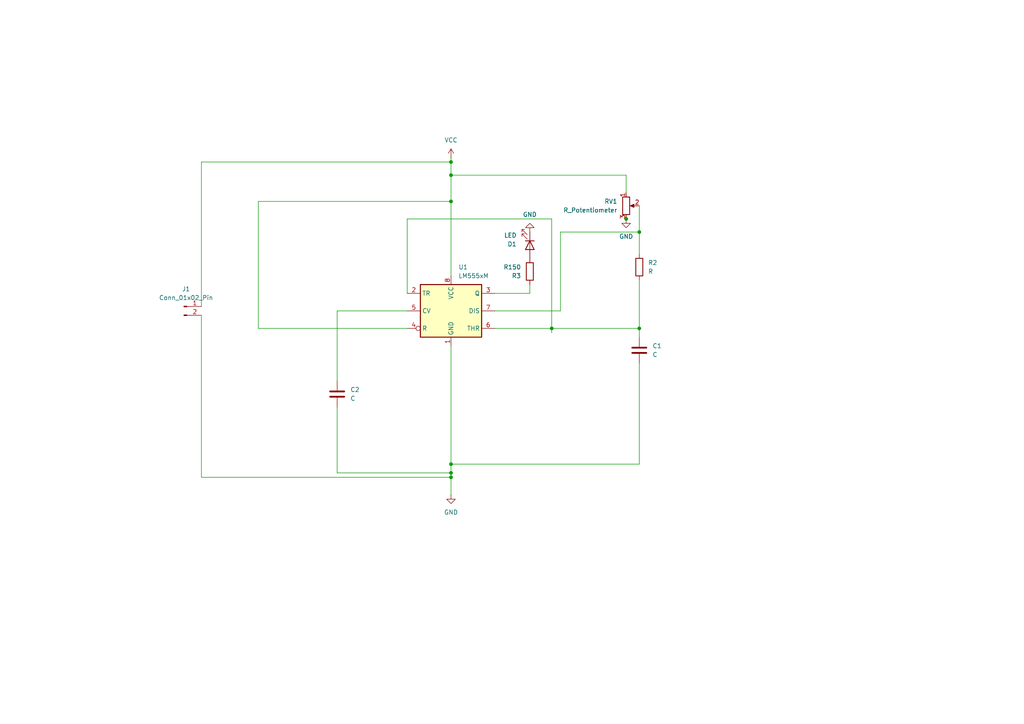
<source format=kicad_sch>
(kicad_sch (version 20250114) (generator "eeschema") (generator_version "9.0")
  (paper "A4")
  (lib_symbols
    (symbol "Connector:Conn_01x02_Pin" (pin_names (offset 1.016) (hide yes))
      (property "Reference" "J" (at 0 2.54 0))
      (property "Value" "Conn_01x02_Pin" (at 0 -5.08 0))
      (symbol "Conn_01x02_Pin_1_1"
        (rectangle (start 0.8636 0.127) (end 0 -0.127) (stroke (width 0.1524)) (fill (type outline)))
        (rectangle (start 0.8636 -2.413) (end 0 -2.667) (stroke (width 0.1524)) (fill (type outline)))
        (polyline (pts (xy 1.27 0) (xy 0.8636 0)) (stroke (width 0.1524)))
        (polyline (pts (xy 1.27 -2.54) (xy 0.8636 -2.54)) (stroke (width 0.1524)))
        (pin passive line (at 5.08 0 180) (length 3.81) (name "Pin_1") (number "1"))
        (pin passive line (at 5.08 -2.54 180) (length 3.81) (name "Pin_2") (number "2"))
      )
    )
    (symbol "Device:C" (pin_numbers (hide yes)) (pin_names (offset 0.254))
      (property "Reference" "C" (at 0.635 2.54 0))
      (property "Value" "C" (at 0.635 -2.54 0))
      (symbol "C_0_1"
        (polyline (pts (xy -2.032 0.762) (xy 2.032 0.762)) (stroke (width 0.508)))
        (polyline (pts (xy -2.032 -0.762) (xy 2.032 -0.762)) (stroke (width 0.508)))
      )
      (symbol "C_1_1"
        (pin passive line (at 0 3.81 270) (length 2.794) (name "~") (number "1"))
        (pin passive line (at 0 -3.81 90) (length 2.794) (name "~") (number "2"))
      )
    )
    (symbol "Device:LED" (pin_numbers (hide yes)) (pin_names (offset 1.016) (hide yes))
      (property "Reference" "D" (at 0 2.54 0))
      (property "Value" "LED" (at 0 -2.54 0))
      (symbol "LED_0_1"
        (polyline (pts (xy -3.048 -0.762) (xy -4.572 -2.286) (xy -3.81 -2.286) (xy -4.572 -2.286) (xy -4.572 -1.524)))
        (polyline (pts (xy -1.778 -0.762) (xy -3.302 -2.286) (xy -2.54 -2.286) (xy -3.302 -2.286) (xy -3.302 -1.524)))
        (polyline (pts (xy -1.27 0) (xy 1.27 0)))
        (polyline (pts (xy -1.27 -1.27) (xy -1.27 1.27)) (stroke (width 0.254)))
        (polyline (pts (xy 1.27 -1.27) (xy 1.27 1.27) (xy -1.27 0) (xy 1.27 -1.27)) (stroke (width 0.254)))
      )
      (symbol "LED_1_1"
        (pin passive line (at -3.81 0 0) (length 2.54) (name "K") (number "1"))
        (pin passive line (at 3.81 0 180) (length 2.54) (name "A") (number "2"))
      )
    )
    (symbol "Device:R" (pin_numbers (hide yes)) (pin_names (offset 0))
      (property "Reference" "R" (at 2.032 0 90))
      (property "Value" "R" (at 0 0 90))
      (symbol "R_0_1"
        (rectangle (start -1.016 -2.54) (end 1.016 2.54) (stroke (width 0.254)))
      )
      (symbol "R_1_1"
        (pin passive line (at 0 3.81 270) (length 1.27) (name "~") (number "1"))
        (pin passive line (at 0 -3.81 90) (length 1.27) (name "~") (number "2"))
      )
    )
    (symbol "Device:R_Potentiometer" (pin_names (offset 1.016) (hide yes))
      (property "Reference" "RV" (at -4.445 0 90))
      (property "Value" "R_Potentiometer" (at -2.54 0 90))
      (symbol "R_Potentiometer_0_1"
        (rectangle (start 1.016 2.54) (end -1.016 -2.54) (stroke (width 0.254)))
        (polyline (pts (xy 1.143 0) (xy 2.286 0.508) (xy 2.286 -0.508) (xy 1.143 0)) (fill (type outline)))
        (polyline (pts (xy 2.54 0) (xy 1.524 0)))
      )
      (symbol "R_Potentiometer_1_1"
        (pin passive line (at 0 3.81 270) (length 1.27) (name "1") (number "1"))
        (pin passive line (at 0 -3.81 90) (length 1.27) (name "3") (number "3"))
        (pin passive line (at 3.81 0 180) (length 1.27) (name "2") (number "2"))
      )
    )
    (symbol "Timer:LM555xM"
      (property "Reference" "U" (at -10.16 8.89 0))
      (property "Value" "LM555xM" (at 2.54 8.89 0))
      (symbol "LM555xM_0_0"
        (pin power_in line (at 0 10.16 270) (length 2.54) (name "VCC") (number "8"))
        (pin power_in line (at 0 -10.16 90) (length 2.54) (name "GND") (number "1"))
      )
      (symbol "LM555xM_0_1"
        (rectangle (start -8.89 -7.62) (end 8.89 7.62) (stroke (width 0.254)) (fill (type background)))
        (rectangle (start -8.89 -7.62) (end 8.89 7.62) (stroke (width 0.254)) (fill (type background)))
      )
      (symbol "LM555xM_1_1"
        (pin input line (at -12.7 5.08 0) (length 3.81) (name "TR") (number "2"))
        (pin input line (at -12.7 0 0) (length 3.81) (name "CV") (number "5"))
        (pin input inverted (at -12.7 -5.08 0) (length 3.81) (name "R") (number "4"))
        (pin output line (at 12.7 5.08 180) (length 3.81) (name "Q") (number "3"))
        (pin input line (at 12.7 0 180) (length 3.81) (name "DIS") (number "7"))
        (pin input line (at 12.7 -5.08 180) (length 3.81) (name "THR") (number "6"))
      )
    )
    (symbol "power:GND" (power) (pin_numbers (hide yes)) (pin_names (offset 0) (hide yes))
      (property "Value" "GND" (at 0 -3.81 0))
      (symbol "GND_0_1"
        (polyline (pts (xy 0 0) (xy 0 -1.27) (xy 1.27 -1.27) (xy 0 -2.54) (xy -1.27 -1.27) (xy 0 -1.27)))
      )
      (symbol "GND_1_1"
        (pin power_in line (at 0 0 270) (length 0) (name "~") (number "1"))
      )
    )
    (symbol "power:VCC" (power) (pin_numbers (hide yes)) (pin_names (offset 0) (hide yes))
      (property "Value" "VCC" (at 0 3.556 0))
      (symbol "VCC_0_1"
        (polyline (pts (xy -0.762 1.27) (xy 0 2.54)))
        (polyline (pts (xy 0 2.54) (xy 0.762 1.27)))
        (polyline (pts (xy 0 0) (xy 0 2.54)))
      )
      (symbol "VCC_1_1"
        (pin power_in line (at 0 0 90) (length 0) (name "~") (number "1"))
      )
    )
  )
  (junction (at 181.61 63.5))
  (junction (at 130.81 137.16))
  (junction (at 185.42 67.31))
  (junction (at 130.81 46.99))
  (junction (at 130.81 58.42))
  (junction (at 160.02 95.25))
  (junction (at 130.81 138.43))
  (junction (at 185.42 95.25))
  (junction (at 130.81 50.8))
  (junction (at 130.81 134.62))
  (wire (pts (xy 153.67 82.55) (xy 153.67 85.09)))
  (wire (pts (xy 118.11 90.17) (xy 97.79 90.17)))
  (wire (pts (xy 181.61 50.8) (xy 181.61 55.88)))
  (wire (pts (xy 74.93 95.25) (xy 74.93 58.42)))
  (wire (pts (xy 130.81 138.43) (xy 130.81 137.16)))
  (wire (pts (xy 185.42 81.28) (xy 185.42 95.25)))
  (wire (pts (xy 97.79 118.11) (xy 97.79 137.16)))
  (wire (pts (xy 130.81 137.16) (xy 130.81 134.62)))
  (wire (pts (xy 185.42 67.31) (xy 185.42 73.66)))
  (wire (pts (xy 162.56 90.17) (xy 162.56 67.31)))
  (wire (pts (xy 143.51 95.25) (xy 160.02 95.25)))
  (wire (pts (xy 160.02 95.25) (xy 185.42 95.25)))
  (wire (pts (xy 160.02 63.5) (xy 160.02 95.25)))
  (wire (pts (xy 118.11 95.25) (xy 74.93 95.25)))
  (wire (pts (xy 181.61 50.8) (xy 130.81 50.8)))
  (wire (pts (xy 130.81 45.72) (xy 130.81 46.99)))
  (wire (pts (xy 58.42 138.43) (xy 130.81 138.43)))
  (wire (pts (xy 143.51 85.09) (xy 153.67 85.09)))
  (wire (pts (xy 130.81 50.8) (xy 130.81 58.42)))
  (wire (pts (xy 185.42 105.41) (xy 185.42 134.62)))
  (wire (pts (xy 118.11 63.5) (xy 160.02 63.5)))
  (wire (pts (xy 58.42 46.99) (xy 130.81 46.99)))
  (wire (pts (xy 130.81 138.43) (xy 130.81 143.51)))
  (wire (pts (xy 160.02 96.52) (xy 160.02 95.25)))
  (wire (pts (xy 162.56 67.31) (xy 185.42 67.31)))
  (wire (pts (xy 130.81 46.99) (xy 130.81 50.8)))
  (wire (pts (xy 130.81 58.42) (xy 130.81 80.01)))
  (wire (pts (xy 185.42 134.62) (xy 130.81 134.62)))
  (wire (pts (xy 97.79 90.17) (xy 97.79 110.49)))
  (wire (pts (xy 97.79 137.16) (xy 130.81 137.16)))
  (wire (pts (xy 58.42 88.9) (xy 58.42 46.99)))
  (wire (pts (xy 185.42 95.25) (xy 185.42 97.79)))
  (wire (pts (xy 130.81 134.62) (xy 130.81 100.33)))
  (wire (pts (xy 181.61 62.23) (xy 181.61 63.5)))
  (wire (pts (xy 185.42 59.69) (xy 185.42 67.31)))
  (wire (pts (xy 58.42 91.44) (xy 58.42 138.43)))
  (wire (pts (xy 74.93 58.42) (xy 130.81 58.42)))
  (wire (pts (xy 143.51 90.17) (xy 162.56 90.17)))
  (wire (pts (xy 118.11 85.09) (xy 118.11 63.5)))
  (symbol (lib_id "Device:R_Potentiometer") (at 181.61 59.69 0) (unit 1)
    (property "Reference" "RV1" (at 179.07 58.4199 0) (effects (justify right)))
    (property "Value" "R_Potentiometer" (at 179.07 60.9599 0) (effects (justify right)))
    (property "Footprint" "Potentiometer_THT:Potentiometer_ACP_CA9-H3,8_Horizontal" (effects (hide yes)))
    (property "Description" "Potentiometer" (effects (hide yes)))
  )
  (symbol (lib_id "Device:LED") (at 153.67 71.12 270) (unit 1)
    (property "Reference" "D1" (at 149.86 70.8026 90) (effects (justify right)))
    (property "Value" "LED" (at 149.86 68.2626 90) (effects (justify right)))
    (property "Footprint" "LED_THT:LED_D3.0mm" (effects (hide yes)))
    (property "Description" "Light emitting diode" (effects (hide yes)))
    (property "Sim.Pins" "1=K 2=A" (effects (hide yes)))
  )
  (symbol (lib_id "Device:C") (at 185.42 101.6 0) (unit 1)
    (property "Reference" "C1" (at 189.23 100.3299 0) (effects (justify left)))
    (property "Value" "C" (at 189.23 102.8699 0) (effects (justify left)))
    (property "Footprint" "Capacitor_THT:CP_Radial_Tantal_D5.0mm_P5.00mm" (effects (hide yes)))
    (property "Description" "Unpolarized capacitor" (effects (hide yes)))
  )
  (symbol (lib_id "Connector:Conn_01x02_Pin") (at 53.34 88.9 0) (unit 1)
    (property "Reference" "J1" (at 53.975 83.82 0))
    (property "Value" "Conn_01x02_Pin" (at 53.975 86.36 0))
    (property "Footprint" "Connector_PinHeader_2.00mm:PinHeader_1x02_P2.00mm_Vertical" (effects (hide yes)))
    (property "Description" "Generic connector, single row, 01x02, script generated" (effects (hide yes)))
  )
  (symbol (lib_id "Device:R") (at 185.42 77.47 0) (unit 1)
    (property "Reference" "R2" (at 187.96 76.1999 0) (effects (justify left)))
    (property "Value" "R" (at 187.96 78.7399 0) (effects (justify left)))
    (property "Footprint" "Resistor_THT:R_Axial_DIN0207_L6.3mm_D2.5mm_P7.62mm_Horizontal" (effects (hide yes)))
    (property "Description" "Resistor" (effects (hide yes)))
  )
  (symbol (lib_id "Device:R") (at 153.67 78.74 180) (unit 1)
    (property "Reference" "R3" (at 151.13 80.0101 0) (effects (justify left)))
    (property "Value" "R150" (at 151.13 77.4701 0) (effects (justify left)))
    (property "Footprint" "Resistor_SMD:R_0805_2012Metric_Pad1.20x1.40mm_HandSolder" (effects (hide yes)))
    (property "Description" "Resistor" (effects (hide yes)))
  )
  (symbol (lib_id "power:VCC") (at 130.81 45.72 0) (unit 1)
    (property "Reference" "#PWR01" (effects (hide yes)))
    (property "Value" "VCC" (at 130.81 40.64 0))
    (property "Description" "Power symbol creates a global label with name \"VCC\"" (effects (hide yes)))
  )
  (symbol (lib_id "power:GND") (at 181.61 63.5 0) (unit 1)
    (property "Reference" "#PWR04" (effects (hide yes)))
    (property "Value" "GND" (at 181.61 68.58 0))
    (property "Description" "Power symbol creates a global label with name \"GND\" , ground" (effects (hide yes)))
  )
  (symbol (lib_id "power:GND") (at 153.67 67.31 180) (unit 1)
    (property "Reference" "#PWR03" (effects (hide yes)))
    (property "Value" "GND" (at 153.67 62.23 0))
    (property "Description" "Power symbol creates a global label with name \"GND\" , ground" (effects (hide yes)))
  )
  (symbol (lib_id "Device:C") (at 97.79 114.3 0) (unit 1)
    (property "Reference" "C2" (at 101.6 113.0299 0) (effects (justify left)))
    (property "Value" "C" (at 101.6 115.5699 0) (effects (justify left)))
    (property "Footprint" "Capacitor_THT:CP_Radial_Tantal_D5.0mm_P5.00mm" (effects (hide yes)))
    (property "Description" "Unpolarized capacitor" (effects (hide yes)))
  )
  (symbol (lib_id "power:GND") (at 130.81 143.51 0) (unit 1)
    (property "Reference" "#PWR02" (effects (hide yes)))
    (property "Value" "GND" (at 130.81 148.59 0))
    (property "Description" "Power symbol creates a global label with name \"GND\" , ground" (effects (hide yes)))
  )
  (symbol (lib_id "Timer:LM555xM") (at 130.81 90.17 0) (unit 1)
    (property "Reference" "U1" (at 132.9533 77.47 0) (effects (justify left)))
    (property "Value" "LM555xM" (at 132.9533 80.01 0) (effects (justify left)))
    (property "Footprint" "Package_SO:SOIC-8_3.9x4.9mm_P1.27mm" (effects (hide yes)))
    (property "Datasheet" "http://www.ti.com/lit/ds/symlink/lm555.pdf" (effects (hide yes)))
    (property "Description" "Timer, 555 compatible, SOIC-8" (effects (hide yes)))
  )
)
</source>
